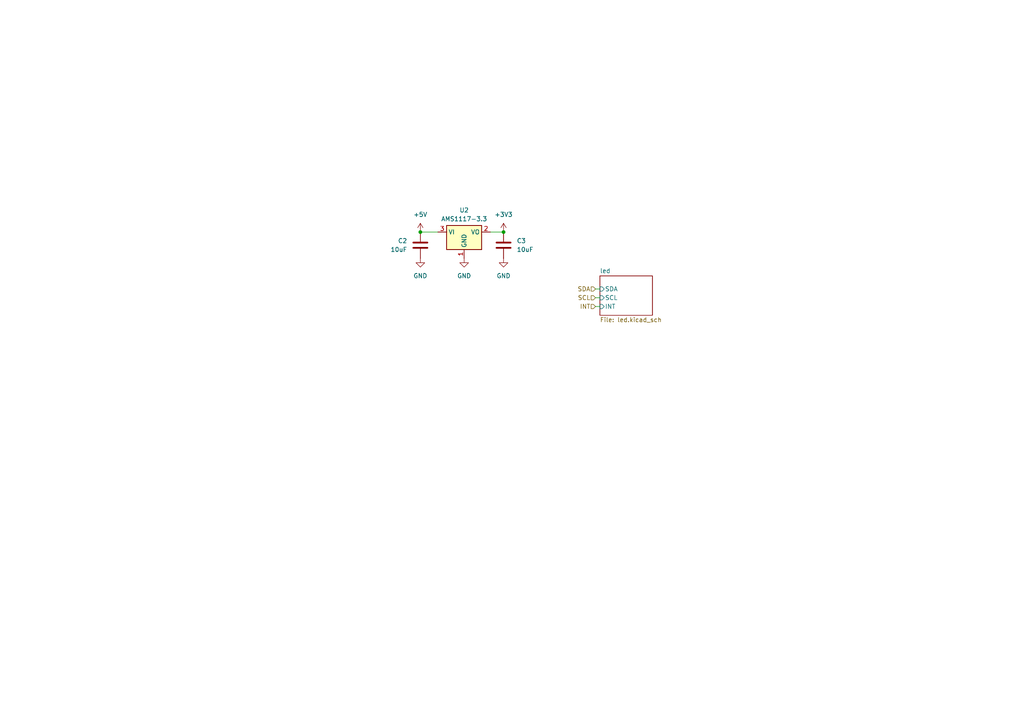
<source format=kicad_sch>
(kicad_sch (version 20250114) (generator "eeschema") (generator_version "9.0")
  (paper "A4")
  (lib_symbols
    (symbol "Device:C" (pin_numbers (hide yes)) (pin_names (offset 0.254))
      (property "Reference" "C" (at 0.635 2.54 0))
      (property "Value" "C" (at 0.635 -2.54 0))
      (symbol "C_0_1"
        (polyline (pts (xy -2.032 0.762) (xy 2.032 0.762)) (stroke (width 0.508)))
        (polyline (pts (xy -2.032 -0.762) (xy 2.032 -0.762)) (stroke (width 0.508)))
      )
      (symbol "C_1_1"
        (pin passive line (at 0 3.81 270) (length 2.794) (name "~") (number "1"))
        (pin passive line (at 0 -3.81 90) (length 2.794) (name "~") (number "2"))
      )
    )
    (symbol "Regulator_Linear:AMS1117-3.3"
      (property "Reference" "U" (at -3.81 3.175 0))
      (property "Value" "AMS1117-3.3" (at 0 3.175 0))
      (symbol "AMS1117-3.3_0_1"
        (rectangle (start -5.08 -5.08) (end 5.08 1.905) (stroke (width 0.254)) (fill (type background)))
      )
      (symbol "AMS1117-3.3_1_1"
        (pin power_in line (at -7.62 0 0) (length 2.54) (name "VI") (number "3"))
        (pin power_in line (at 0 -7.62 90) (length 2.54) (name "GND") (number "1"))
        (pin power_out line (at 7.62 0 180) (length 2.54) (name "VO") (number "2"))
      )
    )
    (symbol "power:+3V3" (power) (pin_numbers (hide yes)) (pin_names (offset 0) (hide yes))
      (property "Value" "+3V3" (at 0 3.556 0))
      (symbol "+3V3_0_1"
        (polyline (pts (xy -0.762 1.27) (xy 0 2.54)))
        (polyline (pts (xy 0 2.54) (xy 0.762 1.27)))
        (polyline (pts (xy 0 0) (xy 0 2.54)))
      )
      (symbol "+3V3_1_1"
        (pin power_in line (at 0 0 90) (length 0) (name "~") (number "1"))
      )
    )
    (symbol "power:+5V" (power) (pin_numbers (hide yes)) (pin_names (offset 0) (hide yes))
      (property "Value" "+5V" (at 0 3.556 0))
      (symbol "+5V_0_1"
        (polyline (pts (xy -0.762 1.27) (xy 0 2.54)))
        (polyline (pts (xy 0 2.54) (xy 0.762 1.27)))
        (polyline (pts (xy 0 0) (xy 0 2.54)))
      )
      (symbol "+5V_1_1"
        (pin power_in line (at 0 0 90) (length 0) (name "~") (number "1"))
      )
    )
    (symbol "power:GND" (power) (pin_numbers (hide yes)) (pin_names (offset 0) (hide yes))
      (property "Value" "GND" (at 0 -3.81 0))
      (symbol "GND_0_1"
        (polyline (pts (xy 0 0) (xy 0 -1.27) (xy 1.27 -1.27) (xy 0 -2.54) (xy -1.27 -1.27) (xy 0 -1.27)))
      )
      (symbol "GND_1_1"
        (pin power_in line (at 0 0 270) (length 0) (name "~") (number "1"))
      )
    )
  )
  (junction (at 121.92 67.31))
  (junction (at 146.05 67.31))
  (wire (pts (xy 172.72 83.82) (xy 173.99 83.82)))
  (wire (pts (xy 172.72 88.9) (xy 173.99 88.9)))
  (wire (pts (xy 172.72 86.36) (xy 173.99 86.36)))
  (wire (pts (xy 142.24 67.31) (xy 146.05 67.31)))
  (wire (pts (xy 121.92 67.31) (xy 127 67.31)))
  (hierarchical_label "SDA" (shape input) (at 172.72 83.82 180))
  (hierarchical_label "INT" (shape input) (at 172.72 88.9 180))
  (hierarchical_label "SCL" (shape input) (at 172.72 86.36 180))
  (symbol (lib_id "Regulator_Linear:AMS1117-3.3") (at 134.62 67.31 0) (unit 1)
    (property "Reference" "U2" (at 134.62 60.96 0))
    (property "Value" "AMS1117-3.3" (at 134.62 63.5 0))
    (property "Footprint" "Package_TO_SOT_SMD:SOT-223-3_TabPin2" (effects (hide yes)))
    (property "Datasheet" "http://www.advanced-monolithic.com/pdf/ds1117.pdf" (effects (hide yes)))
    (property "Description" "1A Low Dropout regulator, positive, 3.3V fixed output, SOT-223" (effects (hide yes)))
  )
  (symbol (lib_id "power:GND") (at 134.62 74.93 0) (unit 1)
    (property "Reference" "#PWR010" (effects (hide yes)))
    (property "Value" "GND" (at 134.62 80.01 0))
    (property "Description" "Power symbol creates a global label with name \"GND\" , ground" (effects (hide yes)))
  )
  (symbol (lib_id "power:+5V") (at 121.92 67.31 0) (unit 1)
    (property "Reference" "#PWR012" (effects (hide yes)))
    (property "Value" "+5V" (at 121.92 62.23 0))
    (property "Description" "Power symbol creates a global label with name \"+5V\"" (effects (hide yes)))
  )
  (symbol (lib_id "power:+3V3") (at 146.05 67.31 0) (mirror y) (unit 1)
    (property "Reference" "#PWR011" (effects (hide yes)))
    (property "Value" "+3V3" (at 146.05 62.23 0))
    (property "Description" "Power symbol creates a global label with name \"+3V3\"" (effects (hide yes)))
  )
  (symbol (lib_id "power:GND") (at 146.05 74.93 0) (mirror y) (unit 1)
    (property "Reference" "#PWR09" (effects (hide yes)))
    (property "Value" "GND" (at 146.05 80.01 0))
    (property "Description" "Power symbol creates a global label with name \"GND\" , ground" (effects (hide yes)))
  )
  (symbol (lib_id "power:GND") (at 121.92 74.93 0) (unit 1)
    (property "Reference" "#PWR08" (effects (hide yes)))
    (property "Value" "GND" (at 121.92 80.01 0))
    (property "Description" "Power symbol creates a global label with name \"GND\" , ground" (effects (hide yes)))
  )
  (symbol (lib_id "Device:C") (at 121.92 71.12 0) (mirror y) (unit 1)
    (property "Reference" "C2" (at 118.11 69.8499 0) (effects (justify left)))
    (property "Value" "10uF" (at 118.11 72.3899 0) (effects (justify left)))
    (property "Footprint" "Capacitor_SMD:C_0603_1608Metric" (effects (hide yes)))
    (property "Description" "Unpolarized capacitor" (effects (hide yes)))
  )
  (symbol (lib_id "Device:C") (at 146.05 71.12 0) (unit 1)
    (property "Reference" "C3" (at 149.86 69.8499 0) (effects (justify left)))
    (property "Value" "10uF" (at 149.86 72.3899 0) (effects (justify left)))
    (property "Footprint" "Capacitor_SMD:C_0603_1608Metric" (effects (hide yes)))
    (property "Description" "Unpolarized capacitor" (effects (hide yes)))
  )
  (sheet (at 173.99 80.01) (size 15.24 11.43) (stroke (width 0.1524))
    (property "Sheetname" "led" (at 173.99 79.2984 0) (effects (justify left bottom)))
    (property "Sheetfile" "led.kicad_sch" (at 173.99 92.0246 0) (effects (justify left top)))
    (pin "INT" input (at 173.99 88.9 180))
    (pin "SCL" input (at 173.99 86.36 180))
    (pin "SDA" input (at 173.99 83.82 180))
  )
)
</source>
